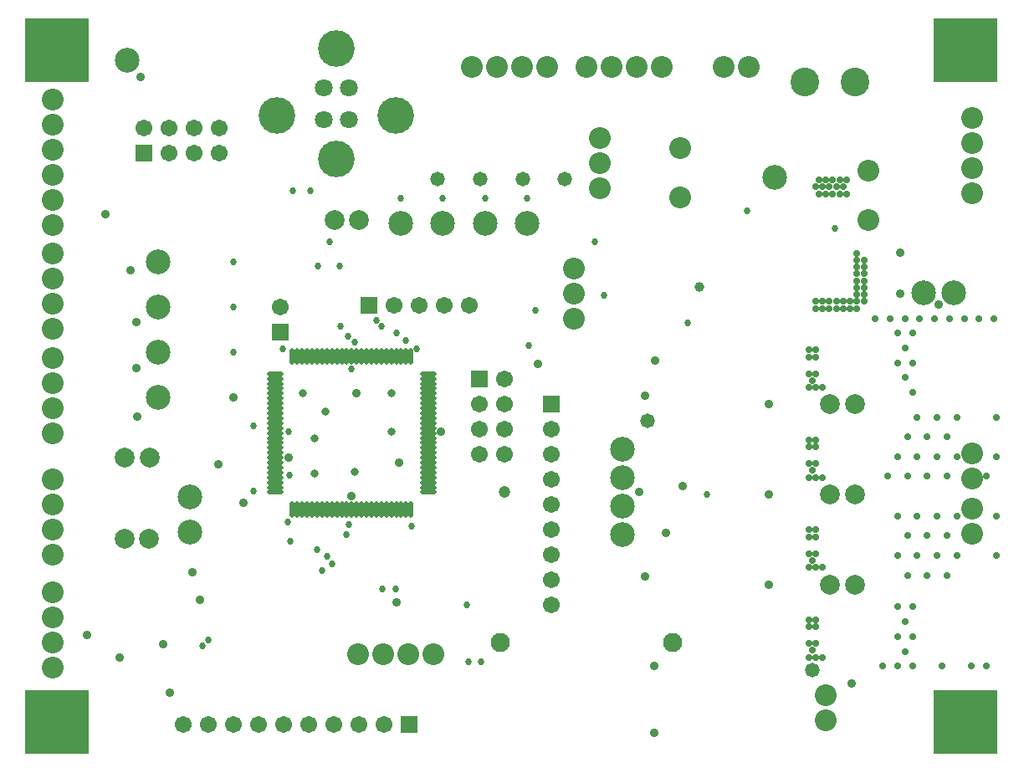
<source format=gts>
G04*
G04 #@! TF.GenerationSoftware,Altium Limited,Altium Designer,22.8.2 (66)*
G04*
G04 Layer_Color=8388736*
%FSLAX44Y44*%
%MOMM*%
G71*
G04*
G04 #@! TF.SameCoordinates,7C791F3D-23B4-47E1-85F3-5240A64D0DC6*
G04*
G04*
G04 #@! TF.FilePolarity,Negative*
G04*
G01*
G75*
%ADD18O,0.5032X1.6532*%
%ADD19O,1.6532X0.5032*%
%ADD20C,2.5032*%
%ADD21C,2.2032*%
%ADD22C,2.0032*%
%ADD23R,1.7032X1.7032*%
%ADD24C,1.7032*%
%ADD25R,1.7032X1.7032*%
%ADD26C,1.9532*%
%ADD27C,2.9032*%
%ADD28C,3.7032*%
%ADD29C,1.8032*%
%ADD30R,6.5532X6.5532*%
%ADD31C,0.9032*%
%ADD32C,0.7032*%
%ADD33C,0.8032*%
%ADD34C,1.2032*%
%ADD35C,0.6932*%
%ADD36C,1.0032*%
%ADD37C,1.4732*%
D18*
X782560Y646650D02*
D03*
X777560D02*
D03*
X767560D02*
D03*
X772560D02*
D03*
X762560D02*
D03*
X802560D02*
D03*
X807560D02*
D03*
X812560D02*
D03*
X857560D02*
D03*
X852560D02*
D03*
X847560D02*
D03*
X842560D02*
D03*
X837560D02*
D03*
X832560D02*
D03*
X827560D02*
D03*
X822560D02*
D03*
X817560D02*
D03*
X797560D02*
D03*
X792560D02*
D03*
X787560D02*
D03*
X757560D02*
D03*
X752560D02*
D03*
X747560D02*
D03*
X742560D02*
D03*
X737560D02*
D03*
Y801150D02*
D03*
X742560D02*
D03*
X747560D02*
D03*
X752560D02*
D03*
X757560D02*
D03*
X762560D02*
D03*
X767560D02*
D03*
X772560D02*
D03*
X777560D02*
D03*
X782560D02*
D03*
X787560D02*
D03*
X792560D02*
D03*
X797560D02*
D03*
X802560D02*
D03*
X807560D02*
D03*
X812560D02*
D03*
X817560D02*
D03*
X822560D02*
D03*
X827560D02*
D03*
X832560D02*
D03*
X837560D02*
D03*
X842560D02*
D03*
X847560D02*
D03*
X852560D02*
D03*
X857560D02*
D03*
D19*
X720310Y663900D02*
D03*
Y668900D02*
D03*
Y673900D02*
D03*
Y678900D02*
D03*
Y683900D02*
D03*
Y688900D02*
D03*
Y693900D02*
D03*
Y698900D02*
D03*
Y703900D02*
D03*
Y708900D02*
D03*
Y713900D02*
D03*
Y718900D02*
D03*
Y723900D02*
D03*
Y728900D02*
D03*
Y733900D02*
D03*
Y738900D02*
D03*
Y743900D02*
D03*
Y748900D02*
D03*
Y753900D02*
D03*
Y758900D02*
D03*
Y763900D02*
D03*
Y768900D02*
D03*
Y773900D02*
D03*
Y778900D02*
D03*
Y783900D02*
D03*
X874810D02*
D03*
Y778900D02*
D03*
Y773900D02*
D03*
Y768900D02*
D03*
Y763900D02*
D03*
Y758900D02*
D03*
Y753900D02*
D03*
Y748900D02*
D03*
Y743900D02*
D03*
Y738900D02*
D03*
Y733900D02*
D03*
Y728900D02*
D03*
Y723900D02*
D03*
Y718900D02*
D03*
Y713900D02*
D03*
Y708900D02*
D03*
Y703900D02*
D03*
Y698900D02*
D03*
Y693900D02*
D03*
Y688900D02*
D03*
Y683900D02*
D03*
Y678900D02*
D03*
Y673900D02*
D03*
Y668900D02*
D03*
Y663900D02*
D03*
D20*
X601980Y759940D02*
D03*
X847090Y935910D02*
D03*
X975360D02*
D03*
X932603D02*
D03*
X889847D02*
D03*
X570230Y1101090D02*
D03*
X1225360Y982990D02*
D03*
X1407160Y866140D02*
D03*
X1376680D02*
D03*
X1071800Y707390D02*
D03*
Y621030D02*
D03*
Y649817D02*
D03*
Y678603D02*
D03*
X633730Y659130D02*
D03*
Y623570D02*
D03*
X601980Y897100D02*
D03*
Y851380D02*
D03*
Y805660D02*
D03*
D21*
X1174120Y1094740D02*
D03*
X1199520D02*
D03*
X494670Y829400D02*
D03*
Y854800D02*
D03*
Y774790D02*
D03*
Y800190D02*
D03*
Y723990D02*
D03*
Y749390D02*
D03*
X1425702Y966724D02*
D03*
Y992124D02*
D03*
Y1017524D02*
D03*
Y1042924D02*
D03*
X1129919Y1012520D02*
D03*
Y962520D02*
D03*
X918850Y1094740D02*
D03*
X944250D02*
D03*
X969650D02*
D03*
X995050D02*
D03*
X1060450D02*
D03*
X1035050D02*
D03*
X1085850D02*
D03*
X1111250D02*
D03*
X1320800Y939330D02*
D03*
Y989330D02*
D03*
X1049020Y1022350D02*
D03*
Y996950D02*
D03*
Y971550D02*
D03*
X1022350Y890270D02*
D03*
Y864870D02*
D03*
Y839470D02*
D03*
X1277620Y458470D02*
D03*
Y433070D02*
D03*
X494670Y905600D02*
D03*
Y880200D02*
D03*
Y486500D02*
D03*
Y511900D02*
D03*
Y537300D02*
D03*
Y562700D02*
D03*
Y600800D02*
D03*
Y626200D02*
D03*
Y651600D02*
D03*
Y677000D02*
D03*
X879950Y500380D02*
D03*
X854550D02*
D03*
X829150D02*
D03*
X803750D02*
D03*
X1425580Y622390D02*
D03*
Y647790D02*
D03*
Y678270D02*
D03*
Y703670D02*
D03*
X494670Y934810D02*
D03*
Y1061810D02*
D03*
Y1036410D02*
D03*
Y1011010D02*
D03*
Y985610D02*
D03*
Y960210D02*
D03*
D22*
X567830Y698900D02*
D03*
X592830D02*
D03*
X592610Y617220D02*
D03*
X567610D02*
D03*
X1306830Y661670D02*
D03*
X1281830D02*
D03*
X1306830Y570230D02*
D03*
X1281830D02*
D03*
X1306830Y753111D02*
D03*
X1281830D02*
D03*
X779980Y939800D02*
D03*
X804980D02*
D03*
D23*
X999490Y753110D02*
D03*
X927100Y778510D02*
D03*
X725170Y826382D02*
D03*
D24*
X999490Y702310D02*
D03*
Y676910D02*
D03*
Y651510D02*
D03*
Y626110D02*
D03*
Y600710D02*
D03*
Y575310D02*
D03*
Y549910D02*
D03*
Y727710D02*
D03*
X587380Y1032600D02*
D03*
X612780Y1007200D02*
D03*
Y1032600D02*
D03*
X638180Y1007200D02*
D03*
Y1032600D02*
D03*
X663580Y1007200D02*
D03*
Y1032600D02*
D03*
X952500Y778510D02*
D03*
X927100Y753110D02*
D03*
X952500D02*
D03*
X927100Y727710D02*
D03*
X952500D02*
D03*
X927100Y702310D02*
D03*
X952500D02*
D03*
X840740Y853440D02*
D03*
X866140D02*
D03*
X891540D02*
D03*
X916940D02*
D03*
X725170Y851782D02*
D03*
X805180Y429260D02*
D03*
X627380D02*
D03*
X652780D02*
D03*
X678180D02*
D03*
X703580D02*
D03*
X728980D02*
D03*
X754380D02*
D03*
X779780D02*
D03*
X830580D02*
D03*
D25*
X587380Y1007200D02*
D03*
X815340Y853440D02*
D03*
X855980Y429260D02*
D03*
D26*
X947550Y511837D02*
D03*
X1122550D02*
D03*
D27*
X1256030Y1079240D02*
D03*
X1306830D02*
D03*
D28*
X782120Y1001450D02*
D03*
Y1113350D02*
D03*
X842270Y1045550D02*
D03*
X721970D02*
D03*
D29*
X794620Y1073150D02*
D03*
X769620D02*
D03*
Y1040950D02*
D03*
X794620D02*
D03*
D30*
X1419110Y431250D02*
D03*
Y1111250D02*
D03*
X499110Y431250D02*
D03*
Y1111250D02*
D03*
D31*
X584190Y1084590D02*
D03*
X842645Y552900D02*
D03*
X1391920Y853642D02*
D03*
X1352910Y865119D02*
D03*
Y906779D02*
D03*
X797560Y660400D02*
D03*
X734060Y698900D02*
D03*
X887970Y724918D02*
D03*
X802005Y764390D02*
D03*
X845820Y693900D02*
D03*
X985929Y794110D02*
D03*
X1303580Y470309D02*
D03*
X1219609Y753111D02*
D03*
Y661670D02*
D03*
Y570230D02*
D03*
X548560Y945741D02*
D03*
X573560Y889100D02*
D03*
X579480Y835850D02*
D03*
Y789820D02*
D03*
X580121Y740940D02*
D03*
X662560Y692320D02*
D03*
X688020Y653571D02*
D03*
X613819Y461310D02*
D03*
X529740Y519430D02*
D03*
X636529Y582930D02*
D03*
X643631Y555410D02*
D03*
X606780Y510630D02*
D03*
X562730Y496691D02*
D03*
X1104039Y487980D02*
D03*
Y420099D02*
D03*
X1088300Y664210D02*
D03*
X1132840Y670560D02*
D03*
X1115970Y622700D02*
D03*
X1094300Y578606D02*
D03*
Y761486D02*
D03*
X1104900Y797560D02*
D03*
X678180Y759940D02*
D03*
D32*
X1298502Y980002D02*
D03*
X1295002Y973002D02*
D03*
X1298502Y966002D02*
D03*
X1291502Y980002D02*
D03*
X1288002Y973002D02*
D03*
X1291502Y966002D02*
D03*
X1284502Y980002D02*
D03*
X1281002Y973002D02*
D03*
X1284502Y966002D02*
D03*
X1277502Y980002D02*
D03*
X1274002Y973002D02*
D03*
X1277502Y966002D02*
D03*
X1270502Y980002D02*
D03*
X1267002Y973002D02*
D03*
X1270502Y966002D02*
D03*
X1274002Y497001D02*
D03*
X1267002Y511001D02*
D03*
Y497001D02*
D03*
X1260002Y511001D02*
D03*
X1263502Y504001D02*
D03*
X1260002Y497001D02*
D03*
X1274002Y588001D02*
D03*
X1267002Y602001D02*
D03*
Y588001D02*
D03*
X1260002Y602001D02*
D03*
X1263502Y595001D02*
D03*
X1260002Y588001D02*
D03*
X1274002Y679001D02*
D03*
X1267002Y693001D02*
D03*
Y679001D02*
D03*
X1260002Y693001D02*
D03*
X1263502Y686001D02*
D03*
X1260002Y679001D02*
D03*
X1274002Y770001D02*
D03*
X1267002Y784001D02*
D03*
Y770001D02*
D03*
X1260002Y784001D02*
D03*
X1263502Y777001D02*
D03*
X1260002Y770001D02*
D03*
X1316002Y899001D02*
D03*
Y892001D02*
D03*
Y885001D02*
D03*
Y878001D02*
D03*
Y871001D02*
D03*
Y864001D02*
D03*
Y857001D02*
D03*
X1309002Y906002D02*
D03*
Y899001D02*
D03*
Y892001D02*
D03*
Y885001D02*
D03*
Y878001D02*
D03*
Y871001D02*
D03*
Y864001D02*
D03*
Y857001D02*
D03*
Y850001D02*
D03*
X1302002Y857001D02*
D03*
Y850001D02*
D03*
X1295002Y857001D02*
D03*
Y850001D02*
D03*
X1288002Y857001D02*
D03*
Y850001D02*
D03*
X1281002Y857001D02*
D03*
Y850001D02*
D03*
X1274002Y857001D02*
D03*
Y850001D02*
D03*
X1267002Y857001D02*
D03*
Y850001D02*
D03*
Y808001D02*
D03*
Y801001D02*
D03*
Y717001D02*
D03*
Y710001D02*
D03*
Y626001D02*
D03*
Y619001D02*
D03*
Y535001D02*
D03*
Y528001D02*
D03*
X1260002Y808001D02*
D03*
Y801001D02*
D03*
Y717001D02*
D03*
Y710001D02*
D03*
Y626001D02*
D03*
Y619001D02*
D03*
Y535001D02*
D03*
Y528001D02*
D03*
X1440000Y488000D02*
D03*
X1425000D02*
D03*
X1395000D02*
D03*
X1365000Y548000D02*
D03*
Y518000D02*
D03*
Y488000D02*
D03*
X1350000Y548000D02*
D03*
X1357500Y533000D02*
D03*
X1350000Y518000D02*
D03*
X1357500Y503000D02*
D03*
X1350000Y488000D02*
D03*
X1335000D02*
D03*
X1450001Y640000D02*
D03*
Y600000D02*
D03*
X1410001Y640000D02*
D03*
X1400001Y620000D02*
D03*
X1410001Y600000D02*
D03*
X1400001Y580000D02*
D03*
X1390001Y640000D02*
D03*
X1380001Y620000D02*
D03*
X1390001Y600000D02*
D03*
X1380001Y580000D02*
D03*
X1370001Y640000D02*
D03*
X1360001Y620000D02*
D03*
X1370001Y600000D02*
D03*
X1360001Y580000D02*
D03*
X1350001Y640000D02*
D03*
Y600000D02*
D03*
X1450001Y740000D02*
D03*
Y700000D02*
D03*
X1440001Y680000D02*
D03*
X1410001Y740000D02*
D03*
X1400001Y720000D02*
D03*
X1410001Y700000D02*
D03*
X1400001Y680000D02*
D03*
X1390001Y740000D02*
D03*
X1380001Y720000D02*
D03*
X1390001Y700000D02*
D03*
X1380001Y680000D02*
D03*
X1370001Y740000D02*
D03*
X1360001Y720000D02*
D03*
X1370001Y700000D02*
D03*
X1360001Y680000D02*
D03*
X1350001Y700000D02*
D03*
X1340001Y680000D02*
D03*
X1447500Y840000D02*
D03*
X1432500D02*
D03*
X1417500D02*
D03*
X1402500D02*
D03*
X1387500D02*
D03*
X1372500D02*
D03*
X1365000Y825000D02*
D03*
Y795000D02*
D03*
Y765000D02*
D03*
X1357500Y840000D02*
D03*
X1350000Y825000D02*
D03*
X1357500Y810000D02*
D03*
X1350000Y795000D02*
D03*
X1357500Y780000D02*
D03*
X1342500Y840000D02*
D03*
X1327500D02*
D03*
D33*
X837560Y764390D02*
D03*
X747880D02*
D03*
X770945Y745863D02*
D03*
X837560Y724918D02*
D03*
X800735Y684680D02*
D03*
X759610Y718185D02*
D03*
Y682625D02*
D03*
D34*
X952500Y664210D02*
D03*
D35*
X1137780Y835510D02*
D03*
X1043650Y917090D02*
D03*
X983690Y848360D02*
D03*
X975360Y961590D02*
D03*
X932603D02*
D03*
X847090D02*
D03*
X889847D02*
D03*
X774915Y917090D02*
D03*
X797560Y788670D02*
D03*
X785980Y832130D02*
D03*
X1286510Y931279D02*
D03*
X1052830Y862960D02*
D03*
X976630Y812800D02*
D03*
X735330Y614680D02*
D03*
X755650Y969010D02*
D03*
X737870D02*
D03*
X1197610Y948420D02*
D03*
X762560Y605924D02*
D03*
X772560Y598924D02*
D03*
X777560Y591924D02*
D03*
X767560Y584924D02*
D03*
X734957Y681370D02*
D03*
X734060Y725170D02*
D03*
X727560Y808990D02*
D03*
X793473Y821600D02*
D03*
X800250Y815646D02*
D03*
X863600Y808990D02*
D03*
X858560Y629920D02*
D03*
X795020Y631190D02*
D03*
X792560Y621030D02*
D03*
X732790Y633730D02*
D03*
X698500Y665480D02*
D03*
Y731520D02*
D03*
X678180Y851380D02*
D03*
X842010Y566420D02*
D03*
X828280D02*
D03*
X1156970Y661670D02*
D03*
X763700Y892810D02*
D03*
X785700D02*
D03*
X914400Y550060D02*
D03*
X928280Y492850D02*
D03*
X915520D02*
D03*
X652780Y514350D02*
D03*
X646430Y508638D02*
D03*
X678180Y897100D02*
D03*
Y805660D02*
D03*
X822560Y837800D02*
D03*
X827560Y831850D02*
D03*
X842560Y825500D02*
D03*
X852560Y817880D02*
D03*
D36*
X1149350Y872147D02*
D03*
D37*
X1013460Y980590D02*
D03*
X884288D02*
D03*
X970551D02*
D03*
X927930D02*
D03*
X1263650Y483870D02*
D03*
X1097280Y736086D02*
D03*
M02*

</source>
